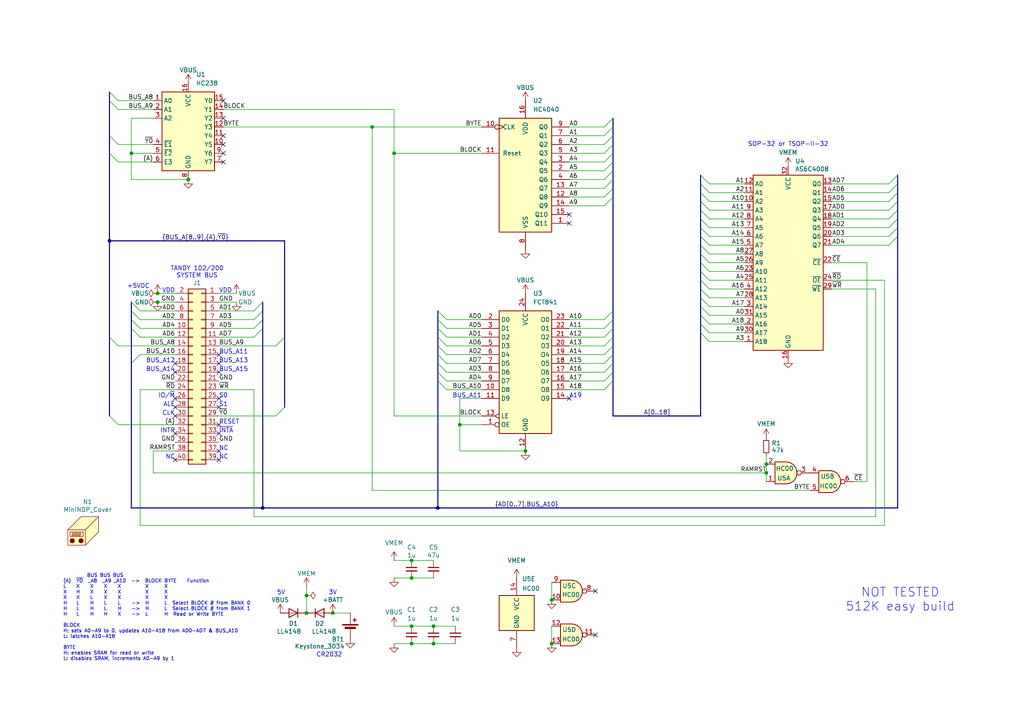
<source format=kicad_sch>
(kicad_sch (version 20231120) (generator "eeschema") (generator_version "8.0")
  (paper "A4")
  (title_block (title "MiniNDP") (date "2024-12-23") (rev "EZ512_04") (company "Brian K. White - b.kenyon.w@gmail.com") (comment 1 "github.com/bkw777/NODE_DATAPAC") (comment 2 "Use with RAM100.CO or RAM200.CO") (comment 3 "Work-alike of NODE Systems DATAPAC / RAMPAC"))
  (lib_symbols
    (symbol "000_LOCAL:4040" (pin_names (offset 1.016))
      (property "Reference" "U" (at -7.62 16.51 0))
      (property "Value" "4040" (at -7.62 -19.05 0))
      (symbol "4040_1_0"
        (pin output line (at 12.7 -15.24 180) (length 5.08) (name "Q11") (number "1"))
        (pin input inverted_clock (at -12.7 12.7 0) (length 5.08) (name "CLK") (number "10"))
        (pin input line (at -12.7 5.08 0) (length 5.08) (name "Reset") (number "11"))
        (pin output line (at 12.7 -7.62 180) (length 5.08) (name "Q8") (number "12"))
        (pin output line (at 12.7 -5.08 180) (length 5.08) (name "Q7") (number "13"))
        (pin output line (at 12.7 -10.16 180) (length 5.08) (name "Q9") (number "14"))
        (pin output line (at 12.7 -12.7 180) (length 5.08) (name "Q10") (number "15"))
        (pin power_in line (at 0 20.32 270) (length 5.08) (name "VDD") (number "16"))
        (pin output line (at 12.7 0 180) (length 5.08) (name "Q5") (number "2"))
        (pin output line (at 12.7 2.54 180) (length 5.08) (name "Q4") (number "3"))
        (pin output line (at 12.7 -2.54 180) (length 5.08) (name "Q6") (number "4"))
        (pin output line (at 12.7 5.08 180) (length 5.08) (name "Q3") (number "5"))
        (pin output line (at 12.7 7.62 180) (length 5.08) (name "Q2") (number "6"))
        (pin output line (at 12.7 10.16 180) (length 5.08) (name "Q1") (number "7"))
        (pin power_in line (at 0 -22.86 90) (length 5.08) (name "VSS") (number "8"))
        (pin output line (at 12.7 12.7 180) (length 5.08) (name "Q0") (number "9"))
      )
    )
    (symbol "000_LOCAL:74xx00"
      (property "Reference" "U" (at 1.524 8.636 0))
      (property "Value" "74xx00" (at 3.302 6.604 0))
      (symbol "74xx00_1_1"
        (pin input line (at -6.35 2.54 0) (length 2.54) (name "~") (number "1"))
        (pin input line (at -6.35 -2.54 0) (length 2.54) (name "~") (number "2"))
        (pin output inverted (at 6.35 0 180) (length 3.81) (name "~") (number "3"))
      )
      (symbol "74xx00_2_1"
        (pin input line (at -6.35 2.54 0) (length 2.54) (name "~") (number "4"))
        (pin input line (at -6.35 -2.54 0) (length 2.54) (name "~") (number "5"))
        (pin output inverted (at 6.35 0 180) (length 3.81) (name "~") (number "6"))
      )
      (symbol "74xx00_3_1"
        (pin input line (at -6.35 -2.54 0) (length 2.54) (name "~") (number "10"))
        (pin output inverted (at 6.35 0 180) (length 3.81) (name "~") (number "8"))
        (pin input line (at -6.35 2.54 0) (length 2.54) (name "~") (number "9"))
      )
      (symbol "74xx00_4_1"
        (pin output inverted (at 6.35 0 180) (length 3.81) (name "~") (number "11"))
        (pin input line (at -6.35 2.54 0) (length 2.54) (name "~") (number "12"))
        (pin input line (at -6.35 -2.54 0) (length 2.54) (name "~") (number "13"))
      )
      (symbol "74xx00_5_1"
        (pin power_in line (at 0 10.16 270) (length 5.08) (name "VCC") (number "14"))
        (pin power_in line (at 0 -10.16 90) (length 5.08) (name "GND") (number "7"))
      )
    )
    (symbol "000_LOCAL:AS6C4008_DIP"
      (property "Reference" "U" (at -10.16 23.495 0))
      (property "Value" "AS6C4008_DIP" (at 2.54 23.495 0))
      (symbol "AS6C4008_DIP_1_0"
        (pin power_in line (at 0 -30.48 90) (length 2.54) (name "GND") (number "16"))
        (pin power_in line (at 0 25.4 270) (length 2.54) (name "VCC") (number "32"))
      )
      (symbol "AS6C4008_DIP_1_1"
        (pin input line (at -12.7 -25.4 0) (length 2.54) (name "A18") (number "1"))
        (pin input line (at -12.7 15.24 0) (length 2.54) (name "A2") (number "10"))
        (pin input line (at -12.7 17.78 0) (length 2.54) (name "A1") (number "11"))
        (pin input line (at -12.7 20.32 0) (length 2.54) (name "A0") (number "12"))
        (pin tri_state line (at 12.7 20.32 180) (length 2.54) (name "Q0") (number "13"))
        (pin tri_state line (at 12.7 17.78 180) (length 2.54) (name "Q1") (number "14"))
        (pin tri_state line (at 12.7 15.24 180) (length 2.54) (name "Q2") (number "15"))
        (pin tri_state line (at 12.7 12.7 180) (length 2.54) (name "Q3") (number "17"))
        (pin tri_state line (at 12.7 10.16 180) (length 2.54) (name "Q4") (number "18"))
        (pin tri_state line (at 12.7 7.62 180) (length 2.54) (name "Q5") (number "19"))
        (pin input line (at -12.7 -20.32 0) (length 2.54) (name "A16") (number "2"))
        (pin tri_state line (at 12.7 5.08 180) (length 2.54) (name "Q6") (number "20"))
        (pin tri_state line (at 12.7 2.54 180) (length 2.54) (name "Q7") (number "21"))
        (pin input line (at 12.7 -2.54 180) (length 2.54) (name "~{CE}") (number "22"))
        (pin input line (at -12.7 -5.08 0) (length 2.54) (name "A10") (number "23"))
        (pin input line (at 12.7 -7.62 180) (length 2.54) (name "~{OE}") (number "24"))
        (pin input line (at -12.7 -7.62 0) (length 2.54) (name "A11") (number "25"))
        (pin input line (at -12.7 -2.54 0) (length 2.54) (name "A9") (number "26"))
        (pin input line (at -12.7 0 0) (length 2.54) (name "A8") (number "27"))
        (pin input line (at -12.7 -12.7 0) (length 2.54) (name "A13") (number "28"))
        (pin input line (at 12.7 -10.16 180) (length 2.54) (name "~{WE}") (number "29"))
        (pin input line (at -12.7 -15.24 0) (length 2.54) (name "A14") (number "3"))
        (pin input line (at -12.7 -22.86 0) (length 2.54) (name "A17") (number "30"))
        (pin input line (at -12.7 -17.78 0) (length 2.54) (name "A15") (number "31"))
        (pin input line (at -12.7 -10.16 0) (length 2.54) (name "A12") (number "4"))
        (pin input line (at -12.7 2.54 0) (length 2.54) (name "A7") (number "5"))
        (pin input line (at -12.7 5.08 0) (length 2.54) (name "A6") (number "6"))
        (pin input line (at -12.7 7.62 0) (length 2.54) (name "A5") (number "7"))
        (pin input line (at -12.7 10.16 0) (length 2.54) (name "A4") (number "8"))
        (pin input line (at -12.7 12.7 0) (length 2.54) (name "A3") (number "9"))
      )
    )
    (symbol "000_LOCAL:Battery_Cell" (pin_numbers hide) (pin_names (offset 0) hide)
      (property "Reference" "BT" (at 2.54 2.54 0))
      (property "Value" "Battery_Cell" (at 2.54 0 0))
      (symbol "Battery_Cell_1_1"
        (pin passive line (at 0 5.08 270) (length 2.54) (name "+") (number "1"))
        (pin passive line (at 0 -2.54 90) (length 2.54) (name "-") (number "2"))
      )
    )
    (symbol "000_LOCAL:C" (pin_numbers hide) (pin_names (offset 0.254) hide)
      (property "Reference" "C" (at 0.254 1.778 0))
      (property "Value" "C" (at 0.254 -2.032 0))
      (symbol "C_1_1"
        (pin passive line (at 0 2.54 270) (length 2.032) (name "~") (number "1"))
        (pin passive line (at 0 -2.54 90) (length 2.032) (name "~") (number "2"))
      )
    )
    (symbol "000_LOCAL:Conn_02x20_Odd_Even" (pin_names (offset 1.016) hide)
      (property "Reference" "J" (at 1.27 25.4 0))
      (property "Value" "Conn_02x20_Odd_Even" (at 1.27 -27.94 0))
      (symbol "Conn_02x20_Odd_Even_1_1"
        (pin passive line (at -5.08 22.86 0) (length 3.81) (name "Pin_1") (number "1"))
        (pin passive line (at 7.62 12.7 180) (length 3.81) (name "Pin_10") (number "10"))
        (pin passive line (at -5.08 10.16 0) (length 3.81) (name "Pin_11") (number "11"))
        (pin passive line (at 7.62 10.16 180) (length 3.81) (name "Pin_12") (number "12"))
        (pin passive line (at -5.08 7.62 0) (length 3.81) (name "Pin_13") (number "13"))
        (pin passive line (at 7.62 7.62 180) (length 3.81) (name "Pin_14") (number "14"))
        (pin passive line (at -5.08 5.08 0) (length 3.81) (name "Pin_15") (number "15"))
        (pin passive line (at 7.62 5.08 180) (length 3.81) (name "Pin_16") (number "16"))
        (pin passive line (at -5.08 2.54 0) (length 3.81) (name "Pin_17") (number "17"))
        (pin passive line (at 7.62 2.54 180) (length 3.81) (name "Pin_18") (number "18"))
        (pin passive line (at -5.08 0 0) (length 3.81) (name "Pin_19") (number "19"))
        (pin passive line (at 7.62 22.86 180) (length 3.81) (name "Pin_2") (number "2"))
        (pin passive line (at 7.62 0 180) (length 3.81) (name "Pin_20") (number "20"))
        (pin passive line (at -5.08 -2.54 0) (length 3.81) (name "Pin_21") (number "21"))
        (pin passive line (at 7.62 -2.54 180) (length 3.81) (name "Pin_22") (number "22"))
        (pin passive line (at -5.08 -5.08 0) (length 3.81) (name "Pin_23") (number "23"))
        (pin passive line (at 7.62 -5.08 180) (length 3.81) (name "Pin_24") (number "24"))
        (pin passive line (at -5.08 -7.62 0) (length 3.81) (name "Pin_25") (number "25"))
        (pin passive line (at 7.62 -7.62 180) (length 3.81) (name "Pin_26") (number "26"))
        (pin passive line (at -5.08 -10.16 0) (length 3.81) (name "Pin_27") (number "27"))
        (pin passive line (at 7.62 -10.16 180) (length 3.81) (name "Pin_28") (number "28"))
        (pin passive line (at -5.08 -12.7 0) (length 3.81) (name "Pin_29") (number "29"))
        (pin passive line (at -5.08 20.32 0) (length 3.81) (name "Pin_3") (number "3"))
        (pin passive line (at 7.62 -12.7 180) (length 3.81) (name "Pin_30") (number "30"))
        (pin passive line (at -5.08 -15.24 0) (length 3.81) (name "Pin_31") (number "31"))
        (pin passive line (at 7.62 -15.24 180) (length 3.81) (name "Pin_32") (number "32"))
        (pin passive line (at -5.08 -17.78 0) (length 3.81) (name "Pin_33") (number "33"))
        (pin passive line (at 7.62 -17.78 180) (length 3.81) (name "Pin_34") (number "34"))
        (pin passive line (at -5.08 -20.32 0) (length 3.81) (name "Pin_35") (number "35"))
        (pin passive line (at 7.62 -20.32 180) (length 3.81) (name "Pin_36") (number "36"))
        (pin passive line (at -5.08 -22.86 0) (length 3.81) (name "Pin_37") (number "37"))
        (pin passive line (at 7.62 -22.86 180) (length 3.81) (name "Pin_38") (number "38"))
        (pin passive line (at -5.08 -25.4 0) (length 3.81) (name "Pin_39") (number "39"))
        (pin passive line (at 7.62 20.32 180) (length 3.81) (name "Pin_4") (number "4"))
        (pin passive line (at 7.62 -25.4 180) (length 3.81) (name "Pin_40") (number "40"))
        (pin passive line (at -5.08 17.78 0) (length 3.81) (name "Pin_5") (number "5"))
        (pin passive line (at 7.62 17.78 180) (length 3.81) (name "Pin_6") (number "6"))
        (pin passive line (at -5.08 15.24 0) (length 3.81) (name "Pin_7") (number "7"))
        (pin passive line (at 7.62 15.24 180) (length 3.81) (name "Pin_8") (number "8"))
        (pin passive line (at -5.08 12.7 0) (length 3.81) (name "Pin_9") (number "9"))
      )
    )
    (symbol "000_LOCAL:FCT841"
      (property "Reference" "U" (at -6.604 17.526 0))
      (property "Value" "FCT841" (at 5.334 17.526 0))
      (symbol "FCT841_1_0"
        (pin input inverted (at -12.7 -17.78 0) (length 5.08) (name "OE") (number "1"))
        (pin input line (at -12.7 -7.62 0) (length 5.08) (name "D8") (number "10"))
        (pin input line (at -12.7 -10.16 0) (length 5.08) (name "D9") (number "11"))
        (pin power_in line (at 0 -25.4 90) (length 5.08) (name "GND") (number "12"))
        (pin input edge_clock_high (at -12.7 -15.24 0) (length 5.08) (name "LE") (number "13"))
        (pin tri_state line (at 12.7 -10.16 180) (length 5.08) (name "O9") (number "14"))
        (pin tri_state line (at 12.7 -7.62 180) (length 5.08) (name "O8") (number "15"))
        (pin tri_state line (at 12.7 -5.08 180) (length 5.08) (name "O7") (number "16"))
        (pin tri_state line (at 12.7 -2.54 180) (length 5.08) (name "O6") (number "17"))
        (pin tri_state line (at 12.7 0 180) (length 5.08) (name "O5") (number "18"))
        (pin tri_state line (at 12.7 2.54 180) (length 5.08) (name "O4") (number "19"))
        (pin input line (at -12.7 12.7 0) (length 5.08) (name "D0") (number "2"))
        (pin tri_state line (at 12.7 5.08 180) (length 5.08) (name "O3") (number "20"))
        (pin tri_state line (at 12.7 7.62 180) (length 5.08) (name "O2") (number "21"))
        (pin tri_state line (at 12.7 10.16 180) (length 5.08) (name "O1") (number "22"))
        (pin tri_state line (at 12.7 12.7 180) (length 5.08) (name "O0") (number "23"))
        (pin power_in line (at 0 20.32 270) (length 5.08) (name "VCC") (number "24"))
        (pin input line (at -12.7 10.16 0) (length 5.08) (name "D1") (number "3"))
        (pin input line (at -12.7 7.62 0) (length 5.08) (name "D2") (number "4"))
        (pin input line (at -12.7 5.08 0) (length 5.08) (name "D3") (number "5"))
        (pin input line (at -12.7 2.54 0) (length 5.08) (name "D4") (number "6"))
        (pin input line (at -12.7 0 0) (length 5.08) (name "D5") (number "7"))
        (pin input line (at -12.7 -2.54 0) (length 5.08) (name "D6") (number "8"))
        (pin input line (at -12.7 -5.08 0) (length 5.08) (name "D7") (number "9"))
      )
    )
    (symbol "000_LOCAL:HC238"
      (property "Reference" "U" (at -7.62 13.97 0))
      (property "Value" "HC238" (at 2.54 -11.43 0))
      (symbol "HC238_1_1"
        (pin input line (at -10.16 10.16 0) (length 2.54) (name "A0") (number "1"))
        (pin output line (at 10.16 -2.54 180) (length 2.54) (name "Y5") (number "10"))
        (pin output line (at 10.16 0 180) (length 2.54) (name "Y4") (number "11"))
        (pin output line (at 10.16 2.54 180) (length 2.54) (name "Y3") (number "12"))
        (pin output line (at 10.16 5.08 180) (length 2.54) (name "Y2") (number "13"))
        (pin output line (at 10.16 7.62 180) (length 2.54) (name "Y1") (number "14"))
        (pin output line (at 10.16 10.16 180) (length 2.54) (name "Y0") (number "15"))
        (pin power_in line (at 0 15.24 270) (length 2.54) (name "VCC") (number "16"))
        (pin input line (at -10.16 7.62 0) (length 2.54) (name "A1") (number "2"))
        (pin input line (at -10.16 5.08 0) (length 2.54) (name "A2") (number "3"))
        (pin input line (at -10.16 -2.54 0) (length 2.54) (name "~{E1}") (number "4"))
        (pin input line (at -10.16 -5.08 0) (length 2.54) (name "~{E2}") (number "5"))
        (pin input line (at -10.16 -7.62 0) (length 2.54) (name "E3") (number "6"))
        (pin output line (at 10.16 -7.62 180) (length 2.54) (name "Y7") (number "7"))
        (pin power_in line (at 0 -12.7 90) (length 2.54) (name "GND") (number "8"))
        (pin output line (at 10.16 -5.08 180) (length 2.54) (name "Y6") (number "9"))
      )
    )
    (symbol "000_LOCAL:Housing" (pin_names (offset 1.016)) (exclude_from_sim yes)
      (property "Reference" "N" (at 3.81 0 0))
      (property "Value" "Housing" (at 3.81 -1.905 0))
    )
    (symbol "000_LOCAL:LL4148" (pin_numbers hide) (pin_names hide)
      (property "Reference" "D" (at 0 2.54 0))
      (property "Value" "LL4148" (at 0 -2.54 0))
      (symbol "LL4148_1_1"
        (pin passive line (at -3.81 0 0) (length 2.54) (name "K") (number "1"))
        (pin passive line (at 3.81 0 180) (length 2.54) (name "A") (number "2"))
      )
    )
    (symbol "000_LOCAL:R" (pin_numbers hide) (pin_names (offset 0.254) hide)
      (property "Reference" "R" (at 0.762 0.508 0))
      (property "Value" "R_Small" (at 0.762 -1.016 0))
      (symbol "R_1_1"
        (pin passive line (at 0 2.54 270) (length 0.762) (name "~") (number "1"))
        (pin passive line (at 0 -2.54 90) (length 0.762) (name "~") (number "2"))
      )
    )
    (symbol "power:+BATT" (power) (pin_numbers hide) (pin_names (offset 0) hide)
      (property "Value" "+BATT" (at 0 3.556 0))
      (symbol "+BATT_1_1"
        (pin power_in line (at 0 0 90) (length 0) (name "~") (number "1"))
      )
    )
    (symbol "power:GND" (power) (pin_numbers hide) (pin_names (offset 0) hide)
      (property "Value" "GND" (at 0 -3.81 0))
      (symbol "GND_1_1"
        (pin power_in line (at 0 0 270) (length 0) (name "~") (number "1"))
      )
    )
    (symbol "power:PWR_FLAG" (power) (pin_numbers hide) (pin_names (offset 0) hide)
      (property "Value" "PWR_FLAG" (at 0 3.81 0))
      (symbol "PWR_FLAG_0_0"
        (pin power_out line (at 0 0 90) (length 0) (name "~") (number "1"))
      )
    )
    (symbol "power:VBUS" (power) (pin_numbers hide) (pin_names (offset 0) hide)
      (property "Value" "VBUS" (at 0 3.556 0))
      (symbol "VBUS_1_1"
        (pin power_in line (at 0 0 90) (length 0) (name "~") (number "1"))
      )
    )
    (symbol "power:VMEM" (power) (pin_numbers hide) (pin_names (offset 0) hide)
      (property "Value" "VMEM" (at 0 3.556 0))
      (symbol "VMEM_1_1"
        (pin power_in line (at 0 0 90) (length 0) (name "~") (number "1"))
      )
    )
  )
  (junction (at 133.35 123.19))
  (junction (at 160.02 173.99))
  (junction (at 222.25 137.16))
  (junction (at 45.72 85.09))
  (junction (at 96.52 177.8))
  (junction (at 114.3 44.45))
  (junction (at 119.38 186.69))
  (junction (at 119.38 162.56))
  (junction (at 127 147.32))
  (junction (at 45.72 87.63))
  (junction (at 88.9 177.8))
  (junction (at 76.2 147.32))
  (junction (at 152.4 130.81))
  (junction (at 107.95 36.83))
  (junction (at 31.75 69.85))
  (junction (at 160.02 186.69))
  (junction (at 38.1 44.45))
  (junction (at 88.9 172.72))
  (junction (at 125.73 181.61))
  (junction (at 54.61 52.07))
  (junction (at 119.38 181.61))
  (junction (at 119.38 167.64))
  (junction (at 125.73 186.69))
  (junction (at 222.25 134.62))
  (no_connect (at 63.5 123.19))
  (no_connect (at 63.5 107.95))
  (no_connect (at 64.77 29.21))
  (no_connect (at 50.8 133.35))
  (no_connect (at 63.5 115.57))
  (no_connect (at 63.5 133.35))
  (no_connect (at 172.72 171.45))
  (no_connect (at 64.77 46.99))
  (no_connect (at 50.8 115.57))
  (no_connect (at 165.1 64.77))
  (no_connect (at 50.8 105.41))
  (no_connect (at 64.77 39.37))
  (no_connect (at 64.77 41.91))
  (no_connect (at 50.8 107.95))
  (no_connect (at 50.8 125.73))
  (no_connect (at 50.8 118.11))
  (no_connect (at 50.8 120.65))
  (no_connect (at 63.5 130.81))
  (no_connect (at 165.1 62.23))
  (no_connect (at 63.5 105.41))
  (no_connect (at 165.1 115.57))
  (no_connect (at 63.5 118.11))
  (no_connect (at 63.5 125.73))
  (no_connect (at 64.77 34.29))
  (no_connect (at 63.5 102.87))
  (no_connect (at 64.77 44.45))
  (no_connect (at 172.72 184.15))
  (bus_entry (at 257.81 55.88) (size 2.54 -2.54))
  (bus_entry (at 40.64 95.25) (size -2.54 -2.54))
  (bus_entry (at 127 107.95) (size 2.54 2.54))
  (bus_entry (at 205.74 63.5) (size -2.54 -2.54))
  (bus_entry (at 38.1 105.41) (size 2.54 -2.54))
  (bus_entry (at 175.26 102.87) (size 2.54 -2.54))
  (bus_entry (at 175.26 39.37) (size 2.54 -2.54))
  (bus_entry (at 127 110.49) (size 2.54 2.54))
  (bus_entry (at 205.74 66.04) (size -2.54 -2.54))
  (bus_entry (at 205.74 76.2) (size -2.54 -2.54))
  (bus_entry (at 175.26 105.41) (size 2.54 -2.54))
  (bus_entry (at 127 102.87) (size 2.54 2.54))
  (bus_entry (at 31.75 39.37) (size 2.54 2.54))
  (bus_entry (at 40.64 97.79) (size -2.54 -2.54))
  (bus_entry (at 205.74 88.9) (size -2.54 -2.54))
  (bus_entry (at 40.64 90.17) (size -2.54 -2.54))
  (bus_entry (at 31.75 29.21) (size 2.54 2.54))
  (bus_entry (at 175.26 52.07) (size 2.54 -2.54))
  (bus_entry (at 205.74 71.12) (size -2.54 -2.54))
  (bus_entry (at 205.74 68.58) (size -2.54 -2.54))
  (bus_entry (at 205.74 60.96) (size -2.54 -2.54))
  (bus_entry (at 175.26 59.69) (size 2.54 -2.54))
  (bus_entry (at 175.26 44.45) (size 2.54 -2.54))
  (bus_entry (at 175.26 46.99) (size 2.54 -2.54))
  (bus_entry (at 205.74 73.66) (size -2.54 -2.54))
  (bus_entry (at 205.74 81.28) (size -2.54 -2.54))
  (bus_entry (at 175.26 36.83) (size 2.54 -2.54))
  (bus_entry (at 73.66 90.17) (size 2.54 -2.54))
  (bus_entry (at 82.55 118.11) (size -2.54 2.54))
  (bus_entry (at 175.26 97.79) (size 2.54 -2.54))
  (bus_entry (at 175.26 54.61) (size 2.54 -2.54))
  (bus_entry (at 205.74 96.52) (size -2.54 -2.54))
  (bus_entry (at 257.81 63.5) (size 2.54 -2.54))
  (bus_entry (at 175.26 107.95) (size 2.54 -2.54))
  (bus_entry (at 205.74 55.88) (size -2.54 -2.54))
  (bus_entry (at 175.26 49.53) (size 2.54 -2.54))
  (bus_entry (at 82.55 97.79) (size -2.54 2.54))
  (bus_entry (at 257.81 66.04) (size 2.54 -2.54))
  (bus_entry (at 127 105.41) (size 2.54 2.54))
  (bus_entry (at 205.74 93.98) (size -2.54 -2.54))
  (bus_entry (at 31.75 26.67) (size 2.54 2.54))
  (bus_entry (at 31.75 44.45) (size 2.54 2.54))
  (bus_entry (at 205.74 78.74) (size -2.54 -2.54))
  (bus_entry (at 257.81 71.12) (size 2.54 -2.54))
  (bus_entry (at 257.81 68.58) (size 2.54 -2.54))
  (bus_entry (at 175.26 41.91) (size 2.54 -2.54))
  (bus_entry (at 40.64 92.71) (size -2.54 -2.54))
  (bus_entry (at 73.66 97.79) (size 2.54 -2.54))
  (bus_entry (at 127 90.17) (size 2.54 2.54))
  (bus_entry (at 175.26 95.25) (size 2.54 -2.54))
  (bus_entry (at 205.74 83.82) (size -2.54 -2.54))
  (bus_entry (at 257.81 58.42) (size 2.54 -2.54))
  (bus_entry (at 127 100.33) (size 2.54 2.54))
  (bus_entry (at 257.81 53.34) (size 2.54 -2.54))
  (bus_entry (at 205.74 91.44) (size -2.54 -2.54))
  (bus_entry (at 175.26 92.71) (size 2.54 -2.54))
  (bus_entry (at 205.74 86.36) (size -2.54 -2.54))
  (bus_entry (at 257.81 60.96) (size 2.54 -2.54))
  (bus_entry (at 31.75 97.79) (size 2.54 2.54))
  (bus_entry (at 127 97.79) (size 2.54 2.54))
  (bus_entry (at 205.74 99.06) (size -2.54 -2.54))
  (bus_entry (at 175.26 100.33) (size 2.54 -2.54))
  (bus_entry (at 205.74 53.34) (size -2.54 -2.54))
  (bus_entry (at 73.66 92.71) (size 2.54 -2.54))
  (bus_entry (at 175.26 113.03) (size 2.54 -2.54))
  (bus_entry (at 127 92.71) (size 2.54 2.54))
  (bus_entry (at 127 95.25) (size 2.54 2.54))
  (bus_entry (at 205.74 58.42) (size -2.54 -2.54))
  (bus_entry (at 175.26 110.49) (size 2.54 -2.54))
  (bus_entry (at 34.29 123.19) (size -2.54 -2.54))
  (bus_entry (at 175.26 57.15) (size 2.54 -2.54))
  (bus_entry (at 73.66 95.25) (size 2.54 -2.54))
  (bus (pts (xy 127 102.87) (xy 127 105.41)))
  (bus (pts (xy 177.8 52.07) (xy 177.8 54.61)))
  (wire (pts (xy 165.1 41.91) (xy 175.26 41.91)))
  (bus (pts (xy 177.8 36.83) (xy 177.8 39.37)))
  (bus (pts (xy 203.2 86.36) (xy 203.2 88.9)))
  (wire (pts (xy 101.6 177.8) (xy 96.52 177.8)))
  (wire (pts (xy 133.35 115.57) (xy 133.35 123.19)))
  (wire (pts (xy 107.95 142.24) (xy 234.95 142.24)))
  (bus (pts (xy 76.2 147.32) (xy 127 147.32)))
  (wire (pts (xy 44.45 130.81) (xy 44.45 137.16)))
  (wire (pts (xy 205.74 73.66) (xy 215.9 73.66)))
  (bus (pts (xy 203.2 96.52) (xy 203.2 93.98)))
  (wire (pts (xy 241.3 71.12) (xy 257.81 71.12)))
  (wire (pts (xy 129.54 105.41) (xy 139.7 105.41)))
  (wire (pts (xy 133.35 123.19) (xy 133.35 130.81)))
  (wire (pts (xy 205.74 58.42) (xy 215.9 58.42)))
  (wire (pts (xy 165.1 100.33) (xy 175.26 100.33)))
  (bus (pts (xy 203.2 71.12) (xy 203.2 73.66)))
  (wire (pts (xy 34.29 41.91) (xy 44.45 41.91)))
  (wire (pts (xy 40.64 97.79) (xy 50.8 97.79)))
  (bus (pts (xy 82.55 69.85) (xy 82.55 97.79)))
  (bus (pts (xy 177.8 120.65) (xy 203.2 120.65)))
  (wire (pts (xy 34.29 100.33) (xy 50.8 100.33)))
  (bus (pts (xy 203.2 53.34) (xy 203.2 55.88)))
  (wire (pts (xy 114.3 31.75) (xy 114.3 44.45)))
  (bus (pts (xy 177.8 107.95) (xy 177.8 110.49)))
  (bus (pts (xy 38.1 90.17) (xy 38.1 92.71)))
  (wire (pts (xy 114.3 162.56) (xy 119.38 162.56)))
  (wire (pts (xy 205.74 78.74) (xy 215.9 78.74)))
  (wire (pts (xy 114.3 44.45) (xy 114.3 120.65)))
  (wire (pts (xy 40.64 90.17) (xy 50.8 90.17)))
  (wire (pts (xy 129.54 113.03) (xy 139.7 113.03)))
  (bus (pts (xy 177.8 46.99) (xy 177.8 49.53)))
  (wire (pts (xy 63.5 100.33) (xy 80.01 100.33)))
  (wire (pts (xy 165.1 52.07) (xy 175.26 52.07)))
  (wire (pts (xy 64.77 31.75) (xy 114.3 31.75)))
  (bus (pts (xy 260.35 60.96) (xy 260.35 63.5)))
  (wire (pts (xy 241.3 66.04) (xy 257.81 66.04)))
  (bus (pts (xy 177.8 100.33) (xy 177.8 102.87)))
  (wire (pts (xy 165.1 113.03) (xy 175.26 113.03)))
  (wire (pts (xy 205.74 68.58) (xy 215.9 68.58)))
  (bus (pts (xy 203.2 50.8) (xy 203.2 53.34)))
  (wire (pts (xy 165.1 92.71) (xy 175.26 92.71)))
  (wire (pts (xy 114.3 167.64) (xy 119.38 167.64)))
  (wire (pts (xy 205.74 55.88) (xy 215.9 55.88)))
  (wire (pts (xy 165.1 110.49) (xy 175.26 110.49)))
  (bus (pts (xy 203.2 68.58) (xy 203.2 71.12)))
  (wire (pts (xy 165.1 102.87) (xy 175.26 102.87)))
  (wire (pts (xy 205.74 81.28) (xy 215.9 81.28)))
  (bus (pts (xy 203.2 66.04) (xy 203.2 68.58)))
  (wire (pts (xy 160.02 181.61) (xy 160.02 186.69)))
  (wire (pts (xy 254 83.82) (xy 254 149.86)))
  (wire (pts (xy 205.74 91.44) (xy 215.9 91.44)))
  (wire (pts (xy 45.72 85.09) (xy 50.8 85.09)))
  (wire (pts (xy 73.66 113.03) (xy 73.66 149.86)))
  (bus (pts (xy 38.1 105.41) (xy 38.1 147.32)))
  (wire (pts (xy 205.74 60.96) (xy 215.9 60.96)))
  (bus (pts (xy 203.2 60.96) (xy 203.2 63.5)))
  (wire (pts (xy 129.54 102.87) (xy 139.7 102.87)))
  (bus (pts (xy 260.35 63.5) (xy 260.35 66.04)))
  (bus (pts (xy 203.2 73.66) (xy 203.2 76.2)))
  (wire (pts (xy 63.5 90.17) (xy 73.66 90.17)))
  (wire (pts (xy 40.64 95.25) (xy 50.8 95.25)))
  (wire (pts (xy 222.25 132.08) (xy 222.25 134.62)))
  (bus (pts (xy 31.75 97.79) (xy 31.75 120.65)))
  (wire (pts (xy 68.58 87.63) (xy 63.5 87.63)))
  (bus (pts (xy 177.8 39.37) (xy 177.8 41.91)))
  (wire (pts (xy 165.1 39.37) (xy 175.26 39.37)))
  (bus (pts (xy 177.8 97.79) (xy 177.8 100.33)))
  (bus (pts (xy 177.8 34.29) (xy 177.8 36.83)))
  (bus (pts (xy 260.35 55.88) (xy 260.35 58.42)))
  (bus (pts (xy 177.8 41.91) (xy 177.8 44.45)))
  (bus (pts (xy 177.8 92.71) (xy 177.8 95.25)))
  (bus (pts (xy 177.8 102.87) (xy 177.8 105.41)))
  (wire (pts (xy 165.1 49.53) (xy 175.26 49.53)))
  (wire (pts (xy 165.1 105.41) (xy 175.26 105.41)))
  (wire (pts (xy 205.74 88.9) (xy 215.9 88.9)))
  (bus (pts (xy 203.2 120.65) (xy 203.2 96.52)))
  (bus (pts (xy 127 100.33) (xy 127 102.87)))
  (wire (pts (xy 88.9 172.72) (xy 88.9 177.8)))
  (wire (pts (xy 165.1 36.83) (xy 175.26 36.83)))
  (wire (pts (xy 125.73 181.61) (xy 132.08 181.61)))
  (bus (pts (xy 177.8 95.25) (xy 177.8 97.79)))
  (wire (pts (xy 114.3 44.45) (xy 139.7 44.45)))
  (bus (pts (xy 82.55 97.79) (xy 82.55 118.11)))
  (wire (pts (xy 241.3 83.82) (xy 254 83.82)))
  (wire (pts (xy 241.3 60.96) (xy 257.81 60.96)))
  (wire (pts (xy 129.54 92.71) (xy 139.7 92.71)))
  (bus (pts (xy 38.1 95.25) (xy 38.1 105.41)))
  (wire (pts (xy 63.5 113.03) (xy 73.66 113.03)))
  (wire (pts (xy 129.54 110.49) (xy 139.7 110.49)))
  (wire (pts (xy 125.73 186.69) (xy 132.08 186.69)))
  (wire (pts (xy 205.74 53.34) (xy 215.9 53.34)))
  (wire (pts (xy 165.1 95.25) (xy 175.26 95.25)))
  (wire (pts (xy 45.72 87.63) (xy 50.8 87.63)))
  (wire (pts (xy 119.38 186.69) (xy 125.73 186.69)))
  (wire (pts (xy 165.1 59.69) (xy 175.26 59.69)))
  (bus (pts (xy 177.8 120.65) (xy 177.8 110.49)))
  (wire (pts (xy 165.1 46.99) (xy 175.26 46.99)))
  (bus (pts (xy 260.35 53.34) (xy 260.35 55.88)))
  (bus (pts (xy 31.75 39.37) (xy 31.75 44.45)))
  (wire (pts (xy 38.1 44.45) (xy 38.1 52.07)))
  (bus (pts (xy 127 110.49) (xy 127 147.32)))
  (bus (pts (xy 260.35 66.04) (xy 260.35 68.58)))
  (bus (pts (xy 203.2 63.5) (xy 203.2 66.04)))
  (bus (pts (xy 76.2 90.17) (xy 76.2 92.71)))
  (wire (pts (xy 107.95 36.83) (xy 139.7 36.83)))
  (bus (pts (xy 203.2 55.88) (xy 203.2 58.42)))
  (bus (pts (xy 260.35 50.8) (xy 260.35 53.34)))
  (bus (pts (xy 203.2 76.2) (xy 203.2 78.74)))
  (bus (pts (xy 76.2 92.71) (xy 76.2 95.25)))
  (wire (pts (xy 241.3 63.5) (xy 257.81 63.5)))
  (bus (pts (xy 203.2 88.9) (xy 203.2 91.44)))
  (wire (pts (xy 251.46 76.2) (xy 251.46 139.7)))
  (wire (pts (xy 129.54 97.79) (xy 139.7 97.79)))
  (wire (pts (xy 205.74 76.2) (xy 215.9 76.2)))
  (bus (pts (xy 203.2 81.28) (xy 203.2 83.82)))
  (bus (pts (xy 127 95.25) (xy 127 97.79)))
  (bus (pts (xy 38.1 92.71) (xy 38.1 95.25)))
  (bus (pts (xy 260.35 68.58) (xy 260.35 147.32)))
  (wire (pts (xy 38.1 52.07) (xy 54.61 52.07)))
  (wire (pts (xy 63.5 92.71) (xy 73.66 92.71)))
  (wire (pts (xy 165.1 107.95) (xy 175.26 107.95)))
  (wire (pts (xy 205.74 63.5) (xy 215.9 63.5)))
  (bus (pts (xy 177.8 44.45) (xy 177.8 46.99)))
  (wire (pts (xy 205.74 71.12) (xy 215.9 71.12)))
  (wire (pts (xy 119.38 162.56) (xy 125.73 162.56)))
  (bus (pts (xy 31.75 29.21) (xy 31.75 39.37)))
  (bus (pts (xy 260.35 58.42) (xy 260.35 60.96)))
  (wire (pts (xy 38.1 34.29) (xy 38.1 44.45)))
  (wire (pts (xy 247.65 139.7) (xy 251.46 139.7)))
  (bus (pts (xy 76.2 87.63) (xy 76.2 90.17)))
  (wire (pts (xy 241.3 58.42) (xy 257.81 58.42)))
  (wire (pts (xy 129.54 100.33) (xy 139.7 100.33)))
  (bus (pts (xy 203.2 91.44) (xy 203.2 93.98)))
  (wire (pts (xy 68.58 85.09) (xy 63.5 85.09)))
  (wire (pts (xy 205.74 99.06) (xy 215.9 99.06)))
  (wire (pts (xy 38.1 44.45) (xy 44.45 44.45)))
  (wire (pts (xy 165.1 44.45) (xy 175.26 44.45)))
  (wire (pts (xy 241.3 55.88) (xy 257.81 55.88)))
  (bus (pts (xy 127 105.41) (xy 127 107.95)))
  (wire (pts (xy 241.3 53.34) (xy 257.81 53.34)))
  (bus (pts (xy 127 92.71) (xy 127 95.25)))
  (bus (pts (xy 177.8 49.53) (xy 177.8 52.07)))
  (wire (pts (xy 205.74 93.98) (xy 215.9 93.98)))
  (wire (pts (xy 133.35 123.19) (xy 139.7 123.19)))
  (wire (pts (xy 119.38 181.61) (xy 125.73 181.61)))
  (wire (pts (xy 241.3 68.58) (xy 257.81 68.58)))
  (wire (pts (xy 40.64 113.03) (xy 40.64 152.4)))
  (wire (pts (xy 40.64 92.71) (xy 50.8 92.71)))
  (bus (pts (xy 177.8 90.17) (xy 177.8 92.71)))
  (wire (pts (xy 63.5 97.79) (xy 73.66 97.79)))
  (bus (pts (xy 31.75 69.85) (xy 31.75 97.79)))
  (wire (pts (xy 107.95 36.83) (xy 107.95 142.24)))
  (wire (pts (xy 50.8 113.03) (xy 40.64 113.03)))
  (wire (pts (xy 254 149.86) (xy 73.66 149.86)))
  (wire (pts (xy 119.38 167.64) (xy 125.73 167.64)))
  (wire (pts (xy 63.5 95.25) (xy 73.66 95.25)))
  (wire (pts (xy 34.29 29.21) (xy 44.45 29.21)))
  (bus (pts (xy 203.2 83.82) (xy 203.2 86.36)))
  (wire (pts (xy 114.3 181.61) (xy 119.38 181.61)))
  (wire (pts (xy 133.35 115.57) (xy 139.7 115.57)))
  (bus (pts (xy 31.75 69.85) (xy 82.55 69.85)))
  (wire (pts (xy 63.5 120.65) (xy 80.01 120.65)))
  (bus (pts (xy 31.75 44.45) (xy 31.75 69.85)))
  (wire (pts (xy 165.1 54.61) (xy 175.26 54.61)))
  (wire (pts (xy 129.54 95.25) (xy 139.7 95.25)))
  (bus (pts (xy 127 147.32) (xy 260.35 147.32)))
  (wire (pts (xy 205.74 96.52) (xy 215.9 96.52)))
  (wire (pts (xy 222.25 134.62) (xy 222.25 137.16)))
  (bus (pts (xy 76.2 95.25) (xy 76.2 147.32)))
  (wire (pts (xy 44.45 130.81) (xy 50.8 130.81)))
  (bus (pts (xy 177.8 54.61) (xy 177.8 57.15)))
  (wire (pts (xy 133.35 130.81) (xy 152.4 130.81)))
  (wire (pts (xy 222.25 139.7) (xy 222.25 137.16)))
  (bus (pts (xy 127 97.79) (xy 127 100.33)))
  (bus (pts (xy 177.8 57.15) (xy 177.8 90.17)))
  (wire (pts (xy 165.1 57.15) (xy 175.26 57.15)))
  (wire (pts (xy 40.64 102.87) (xy 50.8 102.87)))
  (wire (pts (xy 205.74 66.04) (xy 215.9 66.04)))
  (wire (pts (xy 88.9 170.18) (xy 88.9 172.72)))
  (bus (pts (xy 203.2 78.74) (xy 203.2 81.28)))
  (wire (pts (xy 241.3 81.28) (xy 256.54 81.28)))
  (bus (pts (xy 203.2 58.42) (xy 203.2 60.96)))
  (wire (pts (xy 251.46 76.2) (xy 241.3 76.2)))
  (wire (pts (xy 34.29 46.99) (xy 44.45 46.99)))
  (wire (pts (xy 129.54 107.95) (xy 139.7 107.95)))
  (wire (pts (xy 256.54 152.4) (xy 256.54 81.28)))
  (wire (pts (xy 34.29 123.19) (xy 50.8 123.19)))
  (bus (pts (xy 38.1 87.63) (xy 38.1 90.17)))
  (wire (pts (xy 205.74 83.82) (xy 215.9 83.82)))
  (wire (pts (xy 38.1 34.29) (xy 44.45 34.29)))
  (bus (pts (xy 31.75 26.67) (xy 31.75 29.21)))
  (wire (pts (xy 34.29 31.75) (xy 44.45 31.75)))
  (bus (pts (xy 127 107.95) (xy 127 110.49)))
  (wire (pts (xy 165.1 97.79) (xy 175.26 97.79)))
  (wire (pts (xy 160.02 168.91) (xy 160.02 173.99)))
  (wire (pts (xy 44.45 137.16) (xy 222.25 137.16)))
  (wire (pts (xy 64.77 36.83) (xy 107.95 36.83)))
  (wire (pts (xy 114.3 186.69) (xy 119.38 186.69)))
  (wire (pts (xy 205.74 86.36) (xy 215.9 86.36)))
  (bus (pts (xy 127 90.17) (xy 127 92.71)))
  (bus (pts (xy 38.1 147.32) (xy 76.2 147.32)))
  (bus (pts (xy 177.8 105.41) (xy 177.8 107.95)))
  (wire (pts (xy 114.3 120.65) (xy 139.7 120.65)))
  (wire (pts (xy 40.64 152.4) (xy 256.54 152.4)))
  (text "BUS_A11" (at 63.5 102.87 0) (effects (font (size 1.27 1.27)) (justify left bottom)))
  (text "TANDY 102/200\nSYSTEM BUS" (at 57.15 80.772 0) (effects (font (size 1.27 1.27)) (justify bottom)))
  (text "+5VDC" (at 36.83 83.82 0) (effects (font (size 1.27 1.27)) (justify left bottom)))
  (text "BUS_A15" (at 63.5 107.95 0) (effects (font (size 1.27 1.27)) (justify left bottom)))
  (text "NOT TESTED\n512K easy build" (at 261.112 173.99 0) (effects (font (size 2.54 2.54))))
  (text "INTR" (at 50.8 125.73 0) (effects (font (size 1.27 1.27)) (justify right bottom)))
  (text "BUS_A14" (at 50.8 107.95 0) (effects (font (size 1.27 1.27)) (justify right bottom)))
  (text "ALE" (at 50.8 118.11 0) (effects (font (size 1.27 1.27)) (justify right bottom)))
  (text "S1" (at 63.5 118.11 0) (effects (font (size 1.27 1.27)) (justify left bottom)))
  (text "SOP-32 or TSOP-II-32" (at 228.6 41.91 0) (effects (font (size 1.27 1.27))))
  (text "NC" (at 63.5 133.35 0) (effects (font (size 1.27 1.27)) (justify left bottom)))
  (text "NC" (at 63.5 130.81 0) (effects (font (size 1.27 1.27)) (justify left bottom)))
  (text "~{INTA}" (at 63.5 125.73 0) (effects (font (size 1.27 1.27)) (justify left bottom)))
  (text "CR2032" (at 95.504 189.992 0) (effects (font (size 1.27 1.27))))
  (text "CLK" (at 50.8 120.65 0) (effects (font (size 1.27 1.27)) (justify right bottom)))
  (text "IO/~{M}" (at 50.8 115.57 0) (effects (font (size 1.27 1.27)) (justify right bottom)))
  (text "VDD" (at 50.8 85.09 0) (effects (font (size 1.27 1.27)) (justify right bottom)))
  (text "BUS_A11" (at 139.7 115.57 0) (effects (font (size 1.27 1.27)) (justify right bottom)))
  (text "3V" (at 96.52 171.958 0) (effects (font (size 1.27 1.27))))
  (text "S0" (at 63.5 115.57 0) (effects (font (size 1.27 1.27)) (justify left bottom)))
  (text "RESET" (at 63.5 123.19 0) (effects (font (size 1.27 1.27)) (justify left bottom)))
  (text "A19" (at 165.1 115.57 0) (effects (font (size 1.27 1.27)) (justify left bottom)))
  (text "NC" (at 50.8 133.35 0) (effects (font (size 1.27 1.27)) (justify right bottom)))
  (text "VDD" (at 63.5 85.09 0) (effects (font (size 1.27 1.27)) (justify left bottom)))
  (text "5V" (at 81.534 171.958 0) (effects (font (size 1.27 1.27))))
  (text "BUS_A13" (at 63.5 105.41 0) (effects (font (size 1.27 1.27)) (justify left bottom)))
  (text "         BUS BUS BUS\n(A)	~{YO}  _A8  _A9 _A10  ->  BLOCK BYTE    Function\nL	X	X	X	X		X	  X\nX	H	X	X	X		X	  X\nX	X	L	X	X		X	  X\nH	L	H	L	L	->  H	  L  Select BLOCK # from BANK 0\nH	L	H	L	H	->  H	  L  Select BLOCK # from BANK 1\nH	L	H	H	X	->  L	  H  Read or Write BYTE\n\nBLOCK\nH: sets A0-A9 to 0, updates A10-A18 from AD0-AD7 & BUS_A10\nL: latches A10-A18\n\nBYTE\nH: enables SRAM for read or write\nL: disables SRAM, increments A0-A9 by 1\n" (at 18.288 191.77 0) (effects (font (size 1 1)) (justify left bottom)))
  (text "BUS_A12" (at 50.8 105.41 0) (effects (font (size 1.27 1.27)) (justify right bottom)))
  (label "BUS_A8" (at 50.8 100.33 180))
  (label "~{RD}" (at 241.3 81.28 0))
  (label "A17" (at 165.1 110.49 0))
  (label "AD3" (at 63.5 92.71 0))
  (label "A1" (at 215.9 53.34 180))
  (label "~{CE}" (at 241.3 76.2 0))
  (label "A7" (at 215.9 86.36 180))
  (label "AD5" (at 139.7 95.25 180))
  (label "A13" (at 215.9 66.04 180))
  (label "AD0" (at 241.3 60.96 0))
  (label "~{CE}" (at 247.65 139.7 0))
  (label "A16" (at 215.9 83.82 180))
  (label "GND" (at 50.8 128.27 180))
  (label "A11" (at 165.1 95.25 0))
  (label "AD6" (at 139.7 100.33 180))
  (label "~{Y0}" (at 44.45 41.91 180))
  (label "AD1" (at 63.5 90.17 0))
  (label "GND" (at 50.8 87.63 180))
  (label "{AD[0..7],BUS_A10}" (at 143.51 147.32 0))
  (label "AD5" (at 241.3 58.42 0))
  (label "A10" (at 165.1 92.71 0))
  (label "RAMRST" (at 50.8 130.81 180))
  (label "AD7" (at 63.5 97.79 0))
  (label "AD2" (at 50.8 92.71 180))
  (label "~{Y0}" (at 63.5 120.65 0))
  (label "GND" (at 50.8 110.49 180))
  (label "AD1" (at 241.3 63.5 0))
  (label "A12" (at 165.1 97.79 0))
  (label "A17" (at 215.9 88.9 180))
  (label "A8" (at 165.1 57.15 0))
  (label "AD0" (at 139.7 92.71 180))
  (label "A3" (at 215.9 99.06 180))
  (label "A[0..18]" (at 186.69 120.65 0))
  (label "GND" (at 63.5 110.49 0))
  (label "A8" (at 215.9 73.66 180))
  (label "(A)" (at 44.45 46.99 180))
  (label "A18" (at 215.9 93.98 180))
  (label "A18" (at 165.1 113.03 0))
  (label "GND" (at 63.5 87.63 0))
  (label "RAMRST" (at 222.25 137.16 180))
  (label "A1" (at 165.1 39.37 0))
  (label "AD6" (at 50.8 97.79 180))
  (label "A2" (at 215.9 55.88 180))
  (label "A15" (at 215.9 71.12 180))
  (label "A4" (at 165.1 46.99 0))
  (label "BLOCK" (at 64.77 31.75 0))
  (label "A9" (at 165.1 59.69 0))
  (label "A6" (at 165.1 52.07 0))
  (label "A6" (at 215.9 78.74 180))
  (label "A9" (at 215.9 96.52 180))
  (label "AD4" (at 139.7 110.49 180))
  (label "AD7" (at 241.3 53.34 0))
  (label "AD4" (at 241.3 71.12 0))
  (label "AD2" (at 139.7 102.87 180))
  (label "A15" (at 165.1 105.41 0))
  (label "A13" (at 165.1 100.33 0))
  (label "BUS_A10" (at 139.7 113.03 180))
  (label "BUS_A10" (at 50.8 102.87 180))
  (label "AD0" (at 50.8 90.17 180))
  (label "~{WR}" (at 241.3 83.82 0))
  (label "A16" (at 165.1 107.95 0))
  (label "A3" (at 165.1 44.45 0))
  (label "AD3" (at 241.3 68.58 0))
  (label "{BUS_A[8..9],(A),~{Y0}}" (at 46.99 69.85 0))
  (label "BUS_A9" (at 44.45 31.75 180))
  (label "AD4" (at 50.8 95.25 180))
  (label "A11" (at 215.9 60.96 180))
  (label "A12" (at 215.9 63.5 180))
  (label "BYTE" (at 139.7 36.83 180))
  (label "A0" (at 215.9 91.44 180))
  (label "BLOCK" (at 139.7 120.65 180))
  (label "A14" (at 165.1 102.87 0))
  (label "A5" (at 215.9 76.2 180))
  (label "BUS_A8" (at 44.45 29.21 180))
  (label "AD2" (at 241.3 66.04 0))
  (label "AD7" (at 139.7 105.41 180))
  (label "A0" (at 165.1 36.83 0))
  (label "A14" (at 215.9 68.58 180))
  (label "AD1" (at 139.7 97.79 180))
  (label "A2" (at 165.1 41.91 0))
  (label "~{WR}" (at 63.5 113.03 0))
  (label "A7" (at 165.1 54.61 0))
  (label "BYTE" (at 234.95 142.24 180))
  (label "BLOCK" (at 139.7 44.45 180))
  (label "(A)" (at 50.8 123.19 180))
  (label "A10" (at 215.9 58.42 180))
  (label "BUS_A9" (at 63.5 100.33 0))
  (label "AD6" (at 241.3 55.88 0))
  (label "~{RD}" (at 50.8 113.03 180))
  (label "AD5" (at 63.5 95.25 0))
  (label "BYTE" (at 64.77 36.83 0))
  (label "A5" (at 165.1 49.53 0))
  (label "A4" (at 215.9 81.28 180))
  (label "AD3" (at 139.7 107.95 180))
  (label "GND" (at 63.5 128.27 0))
  (symbol (lib_id "000_LOCAL:C") (at 125.73 165.1 0) (unit 1)
    (property "Reference" "C5" (at 125.73 158.75 0))
    (property "Value" "47u" (at 125.73 161.036 0))
    (property "Footprint" "000_LOCAL:C_1206" (effects (hide yes)))
    (property "Datasheet" "datasheets/TDK_MLCC_Cxxxx.pdf" (effects (hide yes)))
    (property "Description" "CAP CER 47UF 25V X5R 1206" (effects (hide yes)))
    (property "MPN" "C3216X5R1E476M160DC" (effects (hide yes)))
  )
  (symbol (lib_id "power:VMEM") (at 88.9 170.18 0) (unit 1)
    (property "Reference" "#PWR010" (effects (hide yes)))
    (property "Value" "VMEM" (at 88.9 166.37 0))
    (property "Description" "Power symbol creates a global label with name \"VMEM\"" (effects (hide yes)))
  )
  (symbol (lib_id "000_LOCAL:C") (at 125.73 184.15 0) (unit 1)
    (property "Reference" "C2" (at 125.73 176.784 0))
    (property "Value" "1u" (at 125.73 179.324 0))
    (property "Footprint" "000_LOCAL:C_1206" (effects (hide yes)))
    (property "Datasheet" "datasheets/CL05Y105KP6VPN.pdf" (effects (hide yes)))
    (property "Description" "CAP CER 1UF 25V X7R 1206" (effects (hide yes)))
    (property "MPN" "CL31B105KAHNNNE" (effects (hide yes)))
  )
  (symbol (lib_id "000_LOCAL:HC238") (at 54.61 39.37 0) (unit 1)
    (property "Reference" "U1" (at 56.896 21.59 0) (effects (justify left)))
    (property "Value" "HC238" (at 56.8041 24.13 0) (effects (justify left)))
    (property "Footprint" "000_LOCAL:SOIC-16_3.9x9.9mm_P1.27mm" (effects (hide yes)))
    (property "Datasheet" "datasheets/HC238.pdf" (effects (hide yes)))
    (property "Description" "IC DECODER/DEMUX 1 X 3:8 16SO" (effects (hide yes)))
    (property "MPN" "74HCT238D,653" (effects (hide yes)))
  )
  (symbol (lib_id "power:VBUS") (at 45.72 85.09 0) (unit 1)
    (property "Reference" "#PWR01" (effects (hide yes)))
    (property "Value" "VBUS" (at 43.18 85.09 0) (effects (justify right)))
    (property "Description" "Power symbol creates a global label with name \"VBUS\"" (effects (hide yes)))
  )
  (symbol (lib_id "power:GND") (at 228.6 104.14 0) (unit 1)
    (property "Reference" "#PWR026" (effects (hide yes)))
    (property "Value" "GND" (effects (hide yes)))
    (property "Description" "Power symbol creates a global label with name \"GND\" , ground" (effects (hide yes)))
  )
  (symbol (lib_id "000_LOCAL:LL4148") (at 92.71 177.8 0) (unit 1)
    (property "Reference" "D2" (at 92.71 180.848 0))
    (property "Value" "LL4148" (at 93.98 183.134 0))
    (property "Footprint" "000_LOCAL:D_MiniMELF" (effects (hide yes)))
    (property "Datasheet" "datasheets/ll4148.pdf" (effects (hide yes)))
    (property "Description" "50V 1A General Purpose Rectifier Diode" (effects (hide yes)))
    (property "MPN" "FDLL4148" (effects (hide yes)))
  )
  (symbol (lib_id "power:GND") (at 160.02 186.69 0) (unit 1)
    (property "Reference" "#PWR07" (effects (hide yes)))
    (property "Value" "GND" (effects (hide yes)))
    (property "Description" "Power symbol creates a global label with name \"GND\" , ground" (effects (hide yes)))
  )
  (symbol (lib_id "power:GND") (at 152.4 72.39 0) (unit 1)
    (property "Reference" "#PWR024" (effects (hide yes)))
    (property "Value" "GND" (effects (hide yes)))
    (property "Description" "Power symbol creates a global label with name \"GND\" , ground" (effects (hide yes)))
  )
  (symbol (lib_id "power:GND") (at 54.61 52.07 0) (unit 1)
    (property "Reference" "#PWR022" (effects (hide yes)))
    (property "Value" "GND" (effects (hide yes)))
    (property "Description" "Power symbol creates a global label with name \"GND\" , ground" (effects (hide yes)))
  )
  (symbol (lib_id "power:VMEM") (at 228.6 48.26 0) (unit 1)
    (property "Reference" "#PWR012" (effects (hide yes)))
    (property "Value" "VMEM" (at 228.6 44.196 0))
    (property "Description" "Power symbol creates a global label with name \"VMEM\"" (effects (hide yes)))
  )
  (symbol (lib_id "power:PWR_FLAG") (at 45.72 85.09 90) (unit 1)
    (property "Reference" "#FLG01" (effects (hide yes)))
    (property "Value" "PWR_FLAG" (effects (hide yes)))
    (property "Description" "Special symbol for telling ERC where power comes from" (effects (hide yes)))
  )
  (symbol (lib_id "000_LOCAL:LL4148") (at 85.09 177.8 180) (unit 1)
    (property "Reference" "D1" (at 85.09 180.848 0))
    (property "Value" "LL4148" (at 83.82 183.134 0))
    (property "Footprint" "000_LOCAL:D_MiniMELF" (effects (hide yes)))
    (property "Datasheet" "datasheets/ll4148.pdf" (effects (hide yes)))
    (property "Description" "50V 1A General Purpose Rectifier Diode" (effects (hide yes)))
    (property "MPN" "FDLL4148" (effects (hide yes)))
  )
  (symbol (lib_id "power:GND") (at 101.6 185.42 0) (unit 1)
    (property "Reference" "#PWR058" (effects (hide yes)))
    (property "Value" "GND" (effects (hide yes)))
    (property "Description" "Power symbol creates a global label with name \"GND\" , ground" (effects (hide yes)))
  )
  (symbol (lib_id "power:GND") (at 45.72 87.63 0) (mirror y) (unit 1)
    (property "Reference" "#PWR03" (effects (hide yes)))
    (property "Value" "GND" (at 43.18 87.63 0) (effects (justify left)))
    (property "Description" "Power symbol creates a global label with name \"GND\" , ground" (effects (hide yes)))
  )
  (symbol (lib_id "000_LOCAL:74xx00") (at 149.86 177.8 0) (unit 5)
    (property "Reference" "U5" (at 151.384 167.894 0) (effects (justify left)))
    (property "Value" "HC00" (at 151.384 170.688 0) (effects (justify left)))
    (property "Footprint" "000_LOCAL:SOIC-14_3.9x8.7mm_P1.27mm" (effects (hide yes)))
    (property "Datasheet" "datasheets/HC00.pdf" (effects (hide yes)))
    (property "Description" "IC GATE NAND 4CH 2-INP 14SO" (effects (hide yes)))
    (property "MPN" "74HC00D,653" (effects (hide yes)))
  )
  (symbol (lib_id "power:VMEM") (at 114.3 162.56 0) (unit 1) (on_board no)
    (property "Reference" "#PWR055" (effects (hide yes)))
    (property "Value" "VMEM" (at 114.3 157.48 0))
    (property "Description" "Power symbol creates a global label with name \"VMEM\"" (effects (hide yes)))
  )
  (symbol (lib_id "000_LOCAL:C") (at 119.38 184.15 0) (unit 1)
    (property "Reference" "C1" (at 119.38 176.784 0))
    (property "Value" "1u" (at 119.38 179.324 0))
    (property "Footprint" "000_LOCAL:C_1206" (effects (hide yes)))
    (property "Datasheet" "datasheets/CL05Y105KP6VPN.pdf" (effects (hide yes)))
    (property "Description" "CAP CER 1UF 25V X7R 1206" (effects (hide yes)))
    (property "MPN" "CL31B105KAHNNNE" (effects (hide yes)))
  )
  (symbol (lib_id "power:GND") (at 149.86 187.96 0) (unit 1)
    (property "Reference" "#PWR029" (effects (hide yes)))
    (property "Value" "GND" (effects (hide yes)))
    (property "Description" "Power symbol creates a global label with name \"GND\" , ground" (effects (hide yes)))
  )
  (symbol (lib_id "000_LOCAL:74xx00") (at 228.6 137.16 0) (mirror x) (unit 1)
    (property "Reference" "U5" (at 227.33 138.684 0))
    (property "Value" "HC00" (at 227.584 135.89 0))
    (property "Footprint" "000_LOCAL:SOIC-14_3.9x8.7mm_P1.27mm" (effects (hide yes)))
    (property "Datasheet" "datasheets/HC00.pdf" (effects (hide yes)))
    (property "Description" "IC GATE NAND 4CH 2-INP 14SO" (effects (hide yes)))
    (property "MPN" "74HC00D,653" (effects (hide yes)))
  )
  (symbol (lib_id "power:GND") (at 160.02 173.99 0) (unit 1)
    (property "Reference" "#PWR06" (effects (hide yes)))
    (property "Value" "GND" (effects (hide yes)))
    (property "Description" "Power symbol creates a global label with name \"GND\" , ground" (effects (hide yes)))
  )
  (symbol (lib_id "power:PWR_FLAG") (at 45.72 87.63 90) (unit 1)
    (property "Reference" "#FLG03" (effects (hide yes)))
    (property "Value" "PWR_FLAG" (effects (hide yes)))
    (property "Description" "Special symbol for telling ERC where power comes from" (effects (hide yes)))
  )
  (symbol (lib_id "power:GND") (at 114.3 186.69 0) (unit 1)
    (property "Reference" "#PWR023" (effects (hide yes)))
    (property "Value" "GND" (effects (hide yes)))
    (property "Description" "Power symbol creates a global label with name \"GND\" , ground" (effects (hide yes)))
  )
  (symbol (lib_id "power:+BATT") (at 96.52 177.8 0) (unit 1)
    (property "Reference" "#PWR027" (effects (hide yes)))
    (property "Value" "+BATT" (at 96.52 173.99 0))
    (property "Description" "Power symbol creates a global label with name \"+BATT\"" (effects (hide yes)))
  )
  (symbol (lib_id "000_LOCAL:C") (at 119.38 165.1 0) (unit 1)
    (property "Reference" "C4" (at 119.38 158.75 0))
    (property "Value" "1u" (at 119.38 161.036 0))
    (property "Footprint" "000_LOCAL:C_1206" (effects (hide yes)))
    (property "Datasheet" "datasheets/CL05Y105KP6VPN.pdf" (effects (hide yes)))
    (property "Description" "CAP CER 1UF 25V X7R 1206" (effects (hide yes)))
    (property "MPN" "CL31B105KAHNNNE" (effects (hide yes)))
  )
  (symbol (lib_id "power:VBUS") (at 68.58 85.09 0) (mirror y) (unit 1)
    (property "Reference" "#PWR02" (effects (hide yes)))
    (property "Value" "VBUS" (at 69.088 85.09 0) (effects (justify right)))
    (property "Description" "Power symbol creates a global label with name \"VBUS\"" (effects (hide yes)))
  )
  (symbol (lib_id "000_LOCAL:AS6C4008_DIP") (at 228.6 73.66 0) (unit 1)
    (property "Reference" "U4" (at 230.632 46.736 0) (effects (justify left)))
    (property "Value" "AS6C4008" (at 230.632 49.022 0) (effects (justify left)))
    (property "Footprint" "000_LOCAL:TSOP-II-SOP-32_dual" (effects (hide yes)))
    (property "Datasheet" "datasheets/AS6C4008.pdf" (effects (hide yes)))
    (property "Description" "IC SRAM 512Kx8 PARALLEL 5v TSOP-II-32" (effects (hide yes)))
    (property "MPN" "AS6C4008-55ZIN" (effects (hide yes)))
  )
  (symbol (lib_id "000_LOCAL:Housing") (at 25.4 153.67 0) (unit 1) (exclude_from_sim yes) (in_bom no)
    (property "Reference" "N1" (at 25.4 145.542 0))
    (property "Value" "MiniNDP_Cover" (at 25.4 147.828 0))
    (property "Footprint" "000_LOCAL:MiniNDP_Cover" (effects (hide yes)))
    (property "Datasheet" "../COVER/MiniNDP_Cover.scad" (effects (hide yes)))
    (property "Description" "Snap cover for MiniNDP" (effects (hide yes)))
    (property "MPN" "MiniNDP_Cover.stl" (effects (hide yes)))
  )
  (symbol (lib_id "000_LOCAL:Battery_Cell") (at 101.6 182.88 0) (unit 1)
    (property "Reference" "BT1" (at 98.044 185.42 0))
    (property "Value" "Keystone_3034" (at 92.71 187.452 0))
    (property "Footprint" "000_LOCAL:Keystone_3028_3034" (effects (hide yes)))
    (property "Datasheet" "datasheets/Keystone_3034.pdf" (effects (hide yes)))
    (property "Description" "SMT 20mm x 3.2mm coin cell holder" (effects (hide yes)))
    (property "MPN" "Keystone 3034" (effects (hide yes)))
  )
  (symbol (lib_id "000_LOCAL:4040") (at 152.4 49.53 0) (unit 1)
    (property "Reference" "U2" (at 154.5941 29.21 0) (effects (justify left)))
    (property "Value" "HC4040" (at 154.5941 31.75 0) (effects (justify left)))
    (property "Footprint" "000_LOCAL:SOIC-16_3.9x9.9mm_P1.27mm" (effects (hide yes)))
    (property "Datasheet" "datasheets/4040.pdf" (effects (hide yes)))
    (property "Description" "IC BINARY COUNTER 12-BIT 16SO" (effects (hide yes)))
    (property "MPN" "74HC4040D,653" (effects (hide yes)))
  )
  (symbol (lib_id "power:VBUS") (at 152.4 29.21 0) (unit 1)
    (property "Reference" "#PWR013" (effects (hide yes)))
    (property "Value" "VBUS" (at 152.4 25.4 0))
    (property "Description" "Power symbol creates a global label with name \"VBUS\"" (effects (hide yes)))
  )
  (symbol (lib_id "000_LOCAL:R") (at 222.25 129.54 0) (mirror y) (unit 1)
    (property "Reference" "R1" (at 223.774 128.524 0) (effects (justify right)))
    (property "Value" "47k" (at 223.774 130.556 0) (effects (justify right)))
    (property "Footprint" "000_LOCAL:R_1206" (effects (hide yes)))
    (property "Datasheet" "datasheets/TE-4-2176343-5.pdf" (effects (hide yes)))
    (property "Description" "RES 47K OHM 1% 1/4W 1206" (effects (hide yes)))
    (property "MPN" "CRGCQ1206F47K" (effects (hide yes)))
  )
  (symbol (lib_id "power:PWR_FLAG") (at 88.9 172.72 270) (unit 1)
    (property "Reference" "#FLG02" (effects (hide yes)))
    (property "Value" "PWR_FLAG" (effects (hide yes)))
    (property "Description" "Special symbol for telling ERC where power comes from" (effects (hide yes)))
  )
  (symbol (lib_id "power:VBUS") (at 81.28 177.8 0) (unit 1)
    (property "Reference" "#PWR09" (effects (hide yes)))
    (property "Value" "VBUS" (at 81.28 173.99 0))
    (property "Description" "Power symbol creates a global label with name \"VBUS\"" (effects (hide yes)))
  )
  (symbol (lib_id "000_LOCAL:C") (at 132.08 184.15 0) (unit 1)
    (property "Reference" "C3" (at 132.08 176.784 0))
    (property "Value" "1u" (at 132.08 179.324 0))
    (property "Footprint" "000_LOCAL:C_1206" (effects (hide yes)))
    (property "Datasheet" "datasheets/CL05Y105KP6VPN.pdf" (effects (hide yes)))
    (property "Description" "CAP CER 1UF 25V X7R 1206" (effects (hide yes)))
    (property "MPN" "CL31B105KAHNNNE" (effects (hide yes)))
  )
  (symbol (lib_id "power:VMEM") (at 222.25 127 0) (unit 1)
    (property "Reference" "#PWR021" (effects (hide yes)))
    (property "Value" "VMEM" (at 222.25 122.936 0))
    (property "Description" "Power symbol creates a global label with name \"VMEM\"" (effects (hide yes)))
  )
  (symbol (lib_id "000_LOCAL:74xx00") (at 166.37 184.15 0) (unit 4)
    (property "Reference" "U5" (at 165.1 182.626 0))
    (property "Value" "HC00" (at 165.608 185.42 0))
    (property "Footprint" "000_LOCAL:SOIC-14_3.9x8.7mm_P1.27mm" (effects (hide yes)))
    (property "Datasheet" "datasheets/HC00.pdf" (effects (hide yes)))
    (property "Description" "IC GATE NAND 4CH 2-INP 14SO" (effects (hide yes)))
    (property "MPN" "74HC00D,653" (effects (hide yes)))
  )
  (symbol (lib_id "power:VBUS") (at 114.3 181.61 0) (unit 1)
    (property "Reference" "#PWR025" (effects (hide yes)))
    (property "Value" "VBUS" (at 114.3 177.546 0))
    (property "Description" "Power symbol creates a global label with name \"VBUS\"" (effects (hide yes)))
  )
  (symbol (lib_id "000_LOCAL:FCT841") (at 152.4 105.41 0) (unit 1)
    (property "Reference" "U3" (at 154.5941 85.09 0) (effects (justify left)))
    (property "Value" "FCT841" (at 154.5941 87.63 0) (effects (justify left)))
    (property "Footprint" "000_LOCAL:SOIC-24" (effects (hide yes)))
    (property "Datasheet" "datasheets/FCT841.pdf" (effects (hide yes)))
    (property "Description" "IC 10BIT LATCH 3-STATE 24-SOIC" (effects (hide yes)))
    (property "MPN" "CY74FCT841CTSOC" (effects (hide yes)))
  )
  (symbol (lib_id "000_LOCAL:Conn_02x20_Odd_Even") (at 58.42 107.95 0) (mirror y) (unit 1)
    (property "Reference" "J1" (at 57.15 82.042 0))
    (property "Value" "Conn_02x20_Odd_Even" (effects (hide yes)))
    (property "Footprint" "000_LOCAL:IDC-Header_2x20_P2.54mm_Vertical" (effects (hide yes)))
    (property "Datasheet" "datasheets/2x20_male_boxed.pdf" (effects (hide yes)))
    (property "Description" "CONN HEADER VERT 40POS 2.54MM" (effects (hide yes)))
    (property "MPN" "302-S401" (effects (hide yes)))
  )
  (symbol (lib_id "power:GND") (at 114.3 167.64 0) (unit 1) (on_board no)
    (property "Reference" "#PWR041" (effects (hide yes)))
    (property "Value" "GND" (effects (hide yes)))
    (property "Description" "Power symbol creates a global label with name \"GND\" , ground" (effects (hide yes)))
  )
  (symbol (lib_id "power:VBUS") (at 152.4 85.09 0) (unit 1)
    (property "Reference" "#PWR032" (effects (hide yes)))
    (property "Value" "VBUS" (at 152.4 81.28 0))
    (property "Description" "Power symbol creates a global label with name \"VBUS\"" (effects (hide yes)))
  )
  (symbol (lib_id "000_LOCAL:74xx00") (at 166.37 171.45 0) (unit 3)
    (property "Reference" "U5" (at 165.1 169.926 0))
    (property "Value" "HC00" (at 165.608 172.466 0))
    (property "Footprint" "000_LOCAL:SOIC-14_3.9x8.7mm_P1.27mm" (effects (hide yes)))
    (property "Datasheet" "datasheets/HC00.pdf" (effects (hide yes)))
    (property "Description" "IC GATE NAND 4CH 2-INP 14SO" (effects (hide yes)))
    (property "MPN" "74HC00D,653" (effects (hide yes)))
  )
  (symbol (lib_id "power:VBUS") (at 54.61 24.13 0) (unit 1)
    (property "Reference" "#PWR033" (effects (hide yes)))
    (property "Value" "VBUS" (at 54.61 20.32 0))
    (property "Description" "Power symbol creates a global label with name \"VBUS\"" (effects (hide yes)))
  )
  (symbol (lib_id "power:GND") (at 152.4 130.81 0) (unit 1)
    (property "Reference" "#PWR011" (effects (hide yes)))
    (property "Value" "GND" (effects (hide yes)))
    (property "Description" "Power symbol creates a global label with name \"GND\" , ground" (effects (hide yes)))
  )
  (symbol (lib_id "power:VMEM") (at 149.86 167.64 0) (unit 1) (on_board no)
    (property "Reference" "#PWR05" (effects (hide yes)))
    (property "Value" "VMEM" (at 149.86 162.56 0))
    (property "Description" "Power symbol creates a global label with name \"VMEM\"" (effects (hide yes)))
  )
  (symbol (lib_id "000_LOCAL:74xx00") (at 241.3 139.7 0) (unit 2)
    (property "Reference" "U5" (at 240.03 138.176 0))
    (property "Value" "HC00" (at 240.284 140.97 0))
    (property "Footprint" "000_LOCAL:SOIC-14_3.9x8.7mm_P1.27mm" (effects (hide yes)))
    (property "Datasheet" "datasheets/HC00.pdf" (effects (hide yes)))
    (property "Description" "IC GATE NAND 4CH 2-INP 14SO" (effects (hide yes)))
    (property "MPN" "74HC00D,653" (effects (hide yes)))
  )
  (symbol (lib_id "power:GND") (at 68.58 87.63 0) (mirror y) (unit 1)
    (property "Reference" "#PWR04" (effects (hide yes)))
    (property "Value" "GND" (at 69.088 87.63 0) (effects (justify right)))
    (property "Description" "Power symbol creates a global label with name \"GND\" , ground" (effects (hide yes)))
  )
)
</source>
